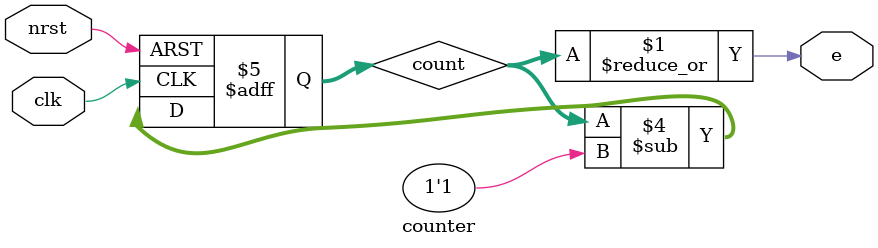
<source format=v>
/******************************************************************************
 * File	Name			: counter.v
 * Package Module Name	: Elliptic Curve Cryptoprocessor for GF(2^233)
 * Author		    	: Chester Rebeiro
 * Date of Creation		: 3/Apr/2008
 * Type	of file			: Verilog source code
 * Synopsis			    : counts down from 233 to 0. When 0 is reached e is
 *                        set to indicate count is done.
 ******************************************************************************/

`ifndef __COUNTER_V__
`define __COUNTER_V__

`define KEYSIZE         32
`define KEYMSB         	31 

/*---------------------------------------------------------------------------
* Module Name	: counter
* Synopsis		: 
* The counter will start from 233 and go downto 0.
* Load counter with nrst low.
* Counter ends when e goes low for one clock cycle.
---------------------------------------------------------------------------*/
module counter (clk, nrst, e);
input wire clk;            /* clock used for the counter */
input wire nrst;           /* active low reset */
output wire e;             /* set to 0 if count = 0 */

reg [7:0] count;           /* ...and the register which actually decrements */

/* activate e when count reaches 0 */
assign e = |count;

always @(posedge clk or negedge nrst) begin
	if(nrst == 1'b0)
		count <= 8'd`KEYMSB;
	else
		count <= count - 1'b1;
end



endmodule
`endif

</source>
